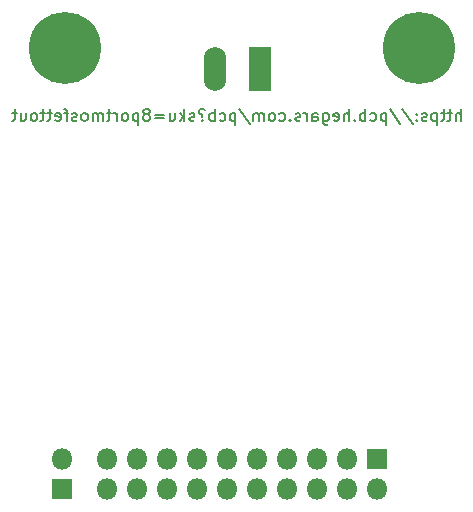
<source format=gbr>
%TF.GenerationSoftware,KiCad,Pcbnew,(5.1.6)-1*%
%TF.CreationDate,2020-12-06T15:26:43+11:00*%
%TF.ProjectId,mc13clkioout,6d633133-636c-46b6-996f-6f75742e6b69,rev?*%
%TF.SameCoordinates,Original*%
%TF.FileFunction,Soldermask,Bot*%
%TF.FilePolarity,Negative*%
%FSLAX46Y46*%
G04 Gerber Fmt 4.6, Leading zero omitted, Abs format (unit mm)*
G04 Created by KiCad (PCBNEW (5.1.6)-1) date 2020-12-06 15:26:43*
%MOMM*%
%LPD*%
G01*
G04 APERTURE LIST*
%ADD10C,0.150000*%
%ADD11R,1.800000X1.800000*%
%ADD12O,1.800000X1.800000*%
%ADD13C,6.100000*%
%ADD14C,0.900000*%
%ADD15R,1.900000X3.700000*%
%ADD16O,1.900000X3.700000*%
G04 APERTURE END LIST*
D10*
X153421571Y-102433380D02*
X153421571Y-101433380D01*
X152993000Y-102433380D02*
X152993000Y-101909571D01*
X153040619Y-101814333D01*
X153135857Y-101766714D01*
X153278714Y-101766714D01*
X153373952Y-101814333D01*
X153421571Y-101861952D01*
X152659666Y-101766714D02*
X152278714Y-101766714D01*
X152516809Y-101433380D02*
X152516809Y-102290523D01*
X152469190Y-102385761D01*
X152373952Y-102433380D01*
X152278714Y-102433380D01*
X152088238Y-101766714D02*
X151707285Y-101766714D01*
X151945380Y-101433380D02*
X151945380Y-102290523D01*
X151897761Y-102385761D01*
X151802523Y-102433380D01*
X151707285Y-102433380D01*
X151373952Y-101766714D02*
X151373952Y-102766714D01*
X151373952Y-101814333D02*
X151278714Y-101766714D01*
X151088238Y-101766714D01*
X150993000Y-101814333D01*
X150945380Y-101861952D01*
X150897761Y-101957190D01*
X150897761Y-102242904D01*
X150945380Y-102338142D01*
X150993000Y-102385761D01*
X151088238Y-102433380D01*
X151278714Y-102433380D01*
X151373952Y-102385761D01*
X150516809Y-102385761D02*
X150421571Y-102433380D01*
X150231095Y-102433380D01*
X150135857Y-102385761D01*
X150088238Y-102290523D01*
X150088238Y-102242904D01*
X150135857Y-102147666D01*
X150231095Y-102100047D01*
X150373952Y-102100047D01*
X150469190Y-102052428D01*
X150516809Y-101957190D01*
X150516809Y-101909571D01*
X150469190Y-101814333D01*
X150373952Y-101766714D01*
X150231095Y-101766714D01*
X150135857Y-101814333D01*
X149659666Y-102338142D02*
X149612047Y-102385761D01*
X149659666Y-102433380D01*
X149707285Y-102385761D01*
X149659666Y-102338142D01*
X149659666Y-102433380D01*
X149659666Y-101814333D02*
X149612047Y-101861952D01*
X149659666Y-101909571D01*
X149707285Y-101861952D01*
X149659666Y-101814333D01*
X149659666Y-101909571D01*
X148469190Y-101385761D02*
X149326333Y-102671476D01*
X147421571Y-101385761D02*
X148278714Y-102671476D01*
X147088238Y-101766714D02*
X147088238Y-102766714D01*
X147088238Y-101814333D02*
X146993000Y-101766714D01*
X146802523Y-101766714D01*
X146707285Y-101814333D01*
X146659666Y-101861952D01*
X146612047Y-101957190D01*
X146612047Y-102242904D01*
X146659666Y-102338142D01*
X146707285Y-102385761D01*
X146802523Y-102433380D01*
X146993000Y-102433380D01*
X147088238Y-102385761D01*
X145754904Y-102385761D02*
X145850142Y-102433380D01*
X146040619Y-102433380D01*
X146135857Y-102385761D01*
X146183476Y-102338142D01*
X146231095Y-102242904D01*
X146231095Y-101957190D01*
X146183476Y-101861952D01*
X146135857Y-101814333D01*
X146040619Y-101766714D01*
X145850142Y-101766714D01*
X145754904Y-101814333D01*
X145326333Y-102433380D02*
X145326333Y-101433380D01*
X145326333Y-101814333D02*
X145231095Y-101766714D01*
X145040619Y-101766714D01*
X144945380Y-101814333D01*
X144897761Y-101861952D01*
X144850142Y-101957190D01*
X144850142Y-102242904D01*
X144897761Y-102338142D01*
X144945380Y-102385761D01*
X145040619Y-102433380D01*
X145231095Y-102433380D01*
X145326333Y-102385761D01*
X144421571Y-102338142D02*
X144373952Y-102385761D01*
X144421571Y-102433380D01*
X144469190Y-102385761D01*
X144421571Y-102338142D01*
X144421571Y-102433380D01*
X143945380Y-102433380D02*
X143945380Y-101433380D01*
X143516809Y-102433380D02*
X143516809Y-101909571D01*
X143564428Y-101814333D01*
X143659666Y-101766714D01*
X143802523Y-101766714D01*
X143897761Y-101814333D01*
X143945380Y-101861952D01*
X142659666Y-102385761D02*
X142754904Y-102433380D01*
X142945380Y-102433380D01*
X143040619Y-102385761D01*
X143088238Y-102290523D01*
X143088238Y-101909571D01*
X143040619Y-101814333D01*
X142945380Y-101766714D01*
X142754904Y-101766714D01*
X142659666Y-101814333D01*
X142612047Y-101909571D01*
X142612047Y-102004809D01*
X143088238Y-102100047D01*
X141754904Y-101766714D02*
X141754904Y-102576238D01*
X141802523Y-102671476D01*
X141850142Y-102719095D01*
X141945380Y-102766714D01*
X142088238Y-102766714D01*
X142183476Y-102719095D01*
X141754904Y-102385761D02*
X141850142Y-102433380D01*
X142040619Y-102433380D01*
X142135857Y-102385761D01*
X142183476Y-102338142D01*
X142231095Y-102242904D01*
X142231095Y-101957190D01*
X142183476Y-101861952D01*
X142135857Y-101814333D01*
X142040619Y-101766714D01*
X141850142Y-101766714D01*
X141754904Y-101814333D01*
X140850142Y-102433380D02*
X140850142Y-101909571D01*
X140897761Y-101814333D01*
X140993000Y-101766714D01*
X141183476Y-101766714D01*
X141278714Y-101814333D01*
X140850142Y-102385761D02*
X140945380Y-102433380D01*
X141183476Y-102433380D01*
X141278714Y-102385761D01*
X141326333Y-102290523D01*
X141326333Y-102195285D01*
X141278714Y-102100047D01*
X141183476Y-102052428D01*
X140945380Y-102052428D01*
X140850142Y-102004809D01*
X140373952Y-102433380D02*
X140373952Y-101766714D01*
X140373952Y-101957190D02*
X140326333Y-101861952D01*
X140278714Y-101814333D01*
X140183476Y-101766714D01*
X140088238Y-101766714D01*
X139802523Y-102385761D02*
X139707285Y-102433380D01*
X139516809Y-102433380D01*
X139421571Y-102385761D01*
X139373952Y-102290523D01*
X139373952Y-102242904D01*
X139421571Y-102147666D01*
X139516809Y-102100047D01*
X139659666Y-102100047D01*
X139754904Y-102052428D01*
X139802523Y-101957190D01*
X139802523Y-101909571D01*
X139754904Y-101814333D01*
X139659666Y-101766714D01*
X139516809Y-101766714D01*
X139421571Y-101814333D01*
X138945380Y-102338142D02*
X138897761Y-102385761D01*
X138945380Y-102433380D01*
X138993000Y-102385761D01*
X138945380Y-102338142D01*
X138945380Y-102433380D01*
X138040619Y-102385761D02*
X138135857Y-102433380D01*
X138326333Y-102433380D01*
X138421571Y-102385761D01*
X138469190Y-102338142D01*
X138516809Y-102242904D01*
X138516809Y-101957190D01*
X138469190Y-101861952D01*
X138421571Y-101814333D01*
X138326333Y-101766714D01*
X138135857Y-101766714D01*
X138040619Y-101814333D01*
X137469190Y-102433380D02*
X137564428Y-102385761D01*
X137612047Y-102338142D01*
X137659666Y-102242904D01*
X137659666Y-101957190D01*
X137612047Y-101861952D01*
X137564428Y-101814333D01*
X137469190Y-101766714D01*
X137326333Y-101766714D01*
X137231095Y-101814333D01*
X137183476Y-101861952D01*
X137135857Y-101957190D01*
X137135857Y-102242904D01*
X137183476Y-102338142D01*
X137231095Y-102385761D01*
X137326333Y-102433380D01*
X137469190Y-102433380D01*
X136707285Y-102433380D02*
X136707285Y-101766714D01*
X136707285Y-101861952D02*
X136659666Y-101814333D01*
X136564428Y-101766714D01*
X136421571Y-101766714D01*
X136326333Y-101814333D01*
X136278714Y-101909571D01*
X136278714Y-102433380D01*
X136278714Y-101909571D02*
X136231095Y-101814333D01*
X136135857Y-101766714D01*
X135993000Y-101766714D01*
X135897761Y-101814333D01*
X135850142Y-101909571D01*
X135850142Y-102433380D01*
X134659666Y-101385761D02*
X135516809Y-102671476D01*
X134326333Y-101766714D02*
X134326333Y-102766714D01*
X134326333Y-101814333D02*
X134231095Y-101766714D01*
X134040619Y-101766714D01*
X133945380Y-101814333D01*
X133897761Y-101861952D01*
X133850142Y-101957190D01*
X133850142Y-102242904D01*
X133897761Y-102338142D01*
X133945380Y-102385761D01*
X134040619Y-102433380D01*
X134231095Y-102433380D01*
X134326333Y-102385761D01*
X132993000Y-102385761D02*
X133088238Y-102433380D01*
X133278714Y-102433380D01*
X133373952Y-102385761D01*
X133421571Y-102338142D01*
X133469190Y-102242904D01*
X133469190Y-101957190D01*
X133421571Y-101861952D01*
X133373952Y-101814333D01*
X133278714Y-101766714D01*
X133088238Y-101766714D01*
X132993000Y-101814333D01*
X132564428Y-102433380D02*
X132564428Y-101433380D01*
X132564428Y-101814333D02*
X132469190Y-101766714D01*
X132278714Y-101766714D01*
X132183476Y-101814333D01*
X132135857Y-101861952D01*
X132088238Y-101957190D01*
X132088238Y-102242904D01*
X132135857Y-102338142D01*
X132183476Y-102385761D01*
X132278714Y-102433380D01*
X132469190Y-102433380D01*
X132564428Y-102385761D01*
X131516809Y-102338142D02*
X131469190Y-102385761D01*
X131516809Y-102433380D01*
X131564428Y-102385761D01*
X131516809Y-102338142D01*
X131516809Y-102433380D01*
X131707285Y-101481000D02*
X131612047Y-101433380D01*
X131373952Y-101433380D01*
X131278714Y-101481000D01*
X131231095Y-101576238D01*
X131231095Y-101671476D01*
X131278714Y-101766714D01*
X131326333Y-101814333D01*
X131421571Y-101861952D01*
X131469190Y-101909571D01*
X131516809Y-102004809D01*
X131516809Y-102052428D01*
X130850142Y-102385761D02*
X130754904Y-102433380D01*
X130564428Y-102433380D01*
X130469190Y-102385761D01*
X130421571Y-102290523D01*
X130421571Y-102242904D01*
X130469190Y-102147666D01*
X130564428Y-102100047D01*
X130707285Y-102100047D01*
X130802523Y-102052428D01*
X130850142Y-101957190D01*
X130850142Y-101909571D01*
X130802523Y-101814333D01*
X130707285Y-101766714D01*
X130564428Y-101766714D01*
X130469190Y-101814333D01*
X129993000Y-102433380D02*
X129993000Y-101433380D01*
X129897761Y-102052428D02*
X129612047Y-102433380D01*
X129612047Y-101766714D02*
X129993000Y-102147666D01*
X128754904Y-101766714D02*
X128754904Y-102433380D01*
X129183476Y-101766714D02*
X129183476Y-102290523D01*
X129135857Y-102385761D01*
X129040619Y-102433380D01*
X128897761Y-102433380D01*
X128802523Y-102385761D01*
X128754904Y-102338142D01*
X128278714Y-101909571D02*
X127516809Y-101909571D01*
X127516809Y-102195285D02*
X128278714Y-102195285D01*
X126897761Y-101861952D02*
X126993000Y-101814333D01*
X127040619Y-101766714D01*
X127088238Y-101671476D01*
X127088238Y-101623857D01*
X127040619Y-101528619D01*
X126993000Y-101481000D01*
X126897761Y-101433380D01*
X126707285Y-101433380D01*
X126612047Y-101481000D01*
X126564428Y-101528619D01*
X126516809Y-101623857D01*
X126516809Y-101671476D01*
X126564428Y-101766714D01*
X126612047Y-101814333D01*
X126707285Y-101861952D01*
X126897761Y-101861952D01*
X126993000Y-101909571D01*
X127040619Y-101957190D01*
X127088238Y-102052428D01*
X127088238Y-102242904D01*
X127040619Y-102338142D01*
X126993000Y-102385761D01*
X126897761Y-102433380D01*
X126707285Y-102433380D01*
X126612047Y-102385761D01*
X126564428Y-102338142D01*
X126516809Y-102242904D01*
X126516809Y-102052428D01*
X126564428Y-101957190D01*
X126612047Y-101909571D01*
X126707285Y-101861952D01*
X126088238Y-101766714D02*
X126088238Y-102766714D01*
X126088238Y-101814333D02*
X125993000Y-101766714D01*
X125802523Y-101766714D01*
X125707285Y-101814333D01*
X125659666Y-101861952D01*
X125612047Y-101957190D01*
X125612047Y-102242904D01*
X125659666Y-102338142D01*
X125707285Y-102385761D01*
X125802523Y-102433380D01*
X125993000Y-102433380D01*
X126088238Y-102385761D01*
X125040619Y-102433380D02*
X125135857Y-102385761D01*
X125183476Y-102338142D01*
X125231095Y-102242904D01*
X125231095Y-101957190D01*
X125183476Y-101861952D01*
X125135857Y-101814333D01*
X125040619Y-101766714D01*
X124897761Y-101766714D01*
X124802523Y-101814333D01*
X124754904Y-101861952D01*
X124707285Y-101957190D01*
X124707285Y-102242904D01*
X124754904Y-102338142D01*
X124802523Y-102385761D01*
X124897761Y-102433380D01*
X125040619Y-102433380D01*
X124278714Y-102433380D02*
X124278714Y-101766714D01*
X124278714Y-101957190D02*
X124231095Y-101861952D01*
X124183476Y-101814333D01*
X124088238Y-101766714D01*
X123993000Y-101766714D01*
X123802523Y-101766714D02*
X123421571Y-101766714D01*
X123659666Y-101433380D02*
X123659666Y-102290523D01*
X123612047Y-102385761D01*
X123516809Y-102433380D01*
X123421571Y-102433380D01*
X123088238Y-102433380D02*
X123088238Y-101766714D01*
X123088238Y-101861952D02*
X123040619Y-101814333D01*
X122945380Y-101766714D01*
X122802523Y-101766714D01*
X122707285Y-101814333D01*
X122659666Y-101909571D01*
X122659666Y-102433380D01*
X122659666Y-101909571D02*
X122612047Y-101814333D01*
X122516809Y-101766714D01*
X122373952Y-101766714D01*
X122278714Y-101814333D01*
X122231095Y-101909571D01*
X122231095Y-102433380D01*
X121612047Y-102433380D02*
X121707285Y-102385761D01*
X121754904Y-102338142D01*
X121802523Y-102242904D01*
X121802523Y-101957190D01*
X121754904Y-101861952D01*
X121707285Y-101814333D01*
X121612047Y-101766714D01*
X121469190Y-101766714D01*
X121373952Y-101814333D01*
X121326333Y-101861952D01*
X121278714Y-101957190D01*
X121278714Y-102242904D01*
X121326333Y-102338142D01*
X121373952Y-102385761D01*
X121469190Y-102433380D01*
X121612047Y-102433380D01*
X120897761Y-102385761D02*
X120802523Y-102433380D01*
X120612047Y-102433380D01*
X120516809Y-102385761D01*
X120469190Y-102290523D01*
X120469190Y-102242904D01*
X120516809Y-102147666D01*
X120612047Y-102100047D01*
X120754904Y-102100047D01*
X120850142Y-102052428D01*
X120897761Y-101957190D01*
X120897761Y-101909571D01*
X120850142Y-101814333D01*
X120754904Y-101766714D01*
X120612047Y-101766714D01*
X120516809Y-101814333D01*
X120183476Y-101766714D02*
X119802523Y-101766714D01*
X120040619Y-102433380D02*
X120040619Y-101576238D01*
X119993000Y-101481000D01*
X119897761Y-101433380D01*
X119802523Y-101433380D01*
X119088238Y-102385761D02*
X119183476Y-102433380D01*
X119373952Y-102433380D01*
X119469190Y-102385761D01*
X119516809Y-102290523D01*
X119516809Y-101909571D01*
X119469190Y-101814333D01*
X119373952Y-101766714D01*
X119183476Y-101766714D01*
X119088238Y-101814333D01*
X119040619Y-101909571D01*
X119040619Y-102004809D01*
X119516809Y-102100047D01*
X118754904Y-101766714D02*
X118373952Y-101766714D01*
X118612047Y-101433380D02*
X118612047Y-102290523D01*
X118564428Y-102385761D01*
X118469190Y-102433380D01*
X118373952Y-102433380D01*
X118183476Y-101766714D02*
X117802523Y-101766714D01*
X118040619Y-101433380D02*
X118040619Y-102290523D01*
X117993000Y-102385761D01*
X117897761Y-102433380D01*
X117802523Y-102433380D01*
X117326333Y-102433380D02*
X117421571Y-102385761D01*
X117469190Y-102338142D01*
X117516809Y-102242904D01*
X117516809Y-101957190D01*
X117469190Y-101861952D01*
X117421571Y-101814333D01*
X117326333Y-101766714D01*
X117183476Y-101766714D01*
X117088238Y-101814333D01*
X117040619Y-101861952D01*
X116993000Y-101957190D01*
X116993000Y-102242904D01*
X117040619Y-102338142D01*
X117088238Y-102385761D01*
X117183476Y-102433380D01*
X117326333Y-102433380D01*
X116135857Y-101766714D02*
X116135857Y-102433380D01*
X116564428Y-101766714D02*
X116564428Y-102290523D01*
X116516809Y-102385761D01*
X116421571Y-102433380D01*
X116278714Y-102433380D01*
X116183476Y-102385761D01*
X116135857Y-102338142D01*
X115802523Y-101766714D02*
X115421571Y-101766714D01*
X115659666Y-101433380D02*
X115659666Y-102290523D01*
X115612047Y-102385761D01*
X115516809Y-102433380D01*
X115421571Y-102433380D01*
D11*
%TO.C,J1*%
X146304000Y-131064000D03*
D12*
X146304000Y-133604000D03*
X143764000Y-131064000D03*
X143764000Y-133604000D03*
X141224000Y-131064000D03*
X141224000Y-133604000D03*
X138684000Y-131064000D03*
X138684000Y-133604000D03*
X136144000Y-131064000D03*
X136144000Y-133604000D03*
X133604000Y-131064000D03*
X133604000Y-133604000D03*
X131064000Y-131064000D03*
X131064000Y-133604000D03*
X128524000Y-131064000D03*
X128524000Y-133604000D03*
X125984000Y-131064000D03*
X125984000Y-133604000D03*
X123444000Y-131064000D03*
X123444000Y-133604000D03*
%TD*%
D13*
%TO.C,H2*%
X149860000Y-96266000D03*
D14*
X152110000Y-96266000D03*
X151450990Y-97856990D03*
X149860000Y-98516000D03*
X148269010Y-97856990D03*
X147610000Y-96266000D03*
X148269010Y-94675010D03*
X149860000Y-94016000D03*
X151450990Y-94675010D03*
%TD*%
D13*
%TO.C,H1*%
X119888000Y-96266000D03*
D14*
X122138000Y-96266000D03*
X121478990Y-97856990D03*
X119888000Y-98516000D03*
X118297010Y-97856990D03*
X117638000Y-96266000D03*
X118297010Y-94675010D03*
X119888000Y-94016000D03*
X121478990Y-94675010D03*
%TD*%
D11*
%TO.C,J3*%
X119634000Y-133604000D03*
D12*
X119634000Y-131064000D03*
%TD*%
D15*
%TO.C,J2*%
X136398000Y-98044000D03*
D16*
X132588000Y-98044000D03*
%TD*%
M02*

</source>
